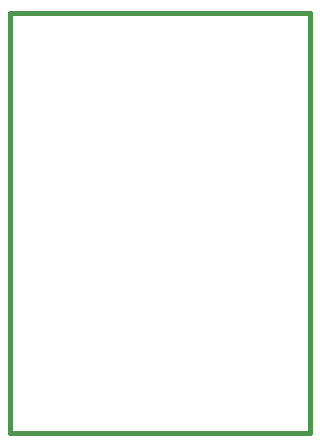
<source format=gbr>
G04 (created by PCBNEW-RS274X (2012-01-19 BZR 3256)-stable) date 9/11/2012 11:00:16 PM*
G01*
G70*
G90*
%MOIN*%
G04 Gerber Fmt 3.4, Leading zero omitted, Abs format*
%FSLAX34Y34*%
G04 APERTURE LIST*
%ADD10C,0.001000*%
%ADD11C,0.015000*%
G04 APERTURE END LIST*
G54D10*
G54D11*
X44016Y-40961D02*
X44016Y-54961D01*
X54016Y-40961D02*
X44016Y-40961D01*
X54016Y-54961D02*
X54016Y-40961D01*
X44016Y-54961D02*
X54016Y-54961D01*
M02*

</source>
